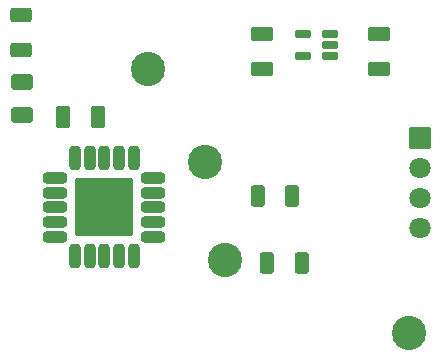
<source format=gbr>
%TF.GenerationSoftware,KiCad,Pcbnew,9.0.2*%
%TF.CreationDate,2025-05-24T10:18:39-07:00*%
%TF.ProjectId,sensor_eval_brd,73656e73-6f72-45f6-9576-616c5f627264,rev?*%
%TF.SameCoordinates,Original*%
%TF.FileFunction,Soldermask,Top*%
%TF.FilePolarity,Negative*%
%FSLAX46Y46*%
G04 Gerber Fmt 4.6, Leading zero omitted, Abs format (unit mm)*
G04 Created by KiCad (PCBNEW 9.0.2) date 2025-05-24 10:18:39*
%MOMM*%
%LPD*%
G01*
G04 APERTURE LIST*
G04 Aperture macros list*
%AMRoundRect*
0 Rectangle with rounded corners*
0 $1 Rounding radius*
0 $2 $3 $4 $5 $6 $7 $8 $9 X,Y pos of 4 corners*
0 Add a 4 corners polygon primitive as box body*
4,1,4,$2,$3,$4,$5,$6,$7,$8,$9,$2,$3,0*
0 Add four circle primitives for the rounded corners*
1,1,$1+$1,$2,$3*
1,1,$1+$1,$4,$5*
1,1,$1+$1,$6,$7*
1,1,$1+$1,$8,$9*
0 Add four rect primitives between the rounded corners*
20,1,$1+$1,$2,$3,$4,$5,0*
20,1,$1+$1,$4,$5,$6,$7,0*
20,1,$1+$1,$6,$7,$8,$9,0*
20,1,$1+$1,$8,$9,$2,$3,0*%
G04 Aperture macros list end*
%ADD10RoundRect,0.272578X0.340722X0.653222X-0.340722X0.653222X-0.340722X-0.653222X0.340722X-0.653222X0*%
%ADD11C,2.901600*%
%ADD12RoundRect,0.272087X0.678713X-0.353713X0.678713X0.353713X-0.678713X0.353713X-0.678713X-0.353713X0*%
%ADD13RoundRect,0.270320X0.655480X-0.405480X0.655480X0.405480X-0.655480X0.405480X-0.655480X-0.405480X0*%
%ADD14RoundRect,0.175400X0.537900X0.175400X-0.537900X0.175400X-0.537900X-0.175400X0.537900X-0.175400X0*%
%ADD15RoundRect,0.237900X-0.762900X-0.237900X0.762900X-0.237900X0.762900X0.237900X-0.762900X0.237900X0*%
%ADD16RoundRect,0.237900X-0.237900X-0.762900X0.237900X-0.762900X0.237900X0.762900X-0.237900X0.762900X0*%
%ADD17RoundRect,0.050800X-2.400000X-2.400000X2.400000X-2.400000X2.400000X2.400000X-2.400000X2.400000X0*%
%ADD18RoundRect,0.272578X-0.653222X0.340722X-0.653222X-0.340722X0.653222X-0.340722X0.653222X0.340722X0*%
%ADD19RoundRect,0.272087X0.353713X0.678713X-0.353713X0.678713X-0.353713X-0.678713X0.353713X-0.678713X0*%
%ADD20RoundRect,0.050800X-0.850000X-0.850000X0.850000X-0.850000X0.850000X0.850000X-0.850000X0.850000X0*%
%ADD21C,1.801600*%
G04 APERTURE END LIST*
D10*
%TO.C,R1*%
X156728700Y-100838000D03*
X159653700Y-100838000D03*
%TD*%
D11*
%TO.C,SCL*%
X153162000Y-100609400D03*
%TD*%
D10*
%TO.C,R2*%
X155930600Y-95159100D03*
X158855600Y-95159100D03*
%TD*%
D12*
%TO.C,C2*%
X156292400Y-84399800D03*
X156292400Y-81449800D03*
%TD*%
D11*
%TO.C,GND*%
X168706800Y-106781600D03*
%TD*%
D12*
%TO.C,C1*%
X166198400Y-84374400D03*
X166198400Y-81424400D03*
%TD*%
D11*
%TO.C,SDA*%
X151434800Y-92303600D03*
%TD*%
%TO.C,3.3V*%
X146589600Y-84412700D03*
%TD*%
D13*
%TO.C,D1*%
X135940800Y-88318800D03*
X135940800Y-85518800D03*
%TD*%
D14*
%TO.C,IC1*%
X162047200Y-83300800D03*
X162047200Y-82350800D03*
X162047200Y-81400800D03*
X159772200Y-81400800D03*
X159772200Y-83300800D03*
%TD*%
D15*
%TO.C,U1*%
X138795000Y-93619800D03*
X138795000Y-94869800D03*
X138795000Y-96119800D03*
X138795000Y-97369800D03*
X138795000Y-98619800D03*
D16*
X140445000Y-100269800D03*
X141695000Y-100269800D03*
X142945000Y-100269800D03*
X144195000Y-100269800D03*
X145445000Y-100269800D03*
D15*
X147095000Y-98619800D03*
X147095000Y-97369800D03*
X147095000Y-96119800D03*
X147095000Y-94869800D03*
X147095000Y-93619800D03*
D16*
X145445000Y-91969800D03*
X144195000Y-91969800D03*
X142945000Y-91969800D03*
X141695000Y-91969800D03*
X140445000Y-91969800D03*
D17*
X142945000Y-96119800D03*
%TD*%
D18*
%TO.C,R3*%
X135915400Y-79842900D03*
X135915400Y-82767900D03*
%TD*%
D19*
%TO.C,C3*%
X142425000Y-88459800D03*
X139475000Y-88459800D03*
%TD*%
D20*
%TO.C,J1*%
X169621200Y-90220800D03*
D21*
X169621200Y-92760800D03*
X169621200Y-95300800D03*
X169621200Y-97840800D03*
%TD*%
M02*

</source>
